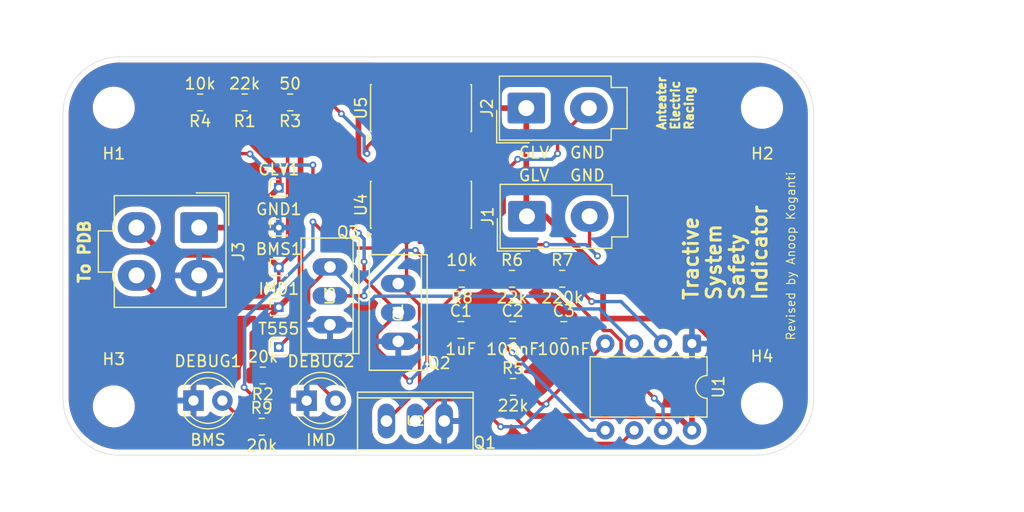
<source format=kicad_pcb>
(kicad_pcb (version 20241229) (generator "pcbnew") (generator_version "9.0")
  (layers (0 "F.Cu" signal) (2 "B.Cu" signal) (13 "F.Paste" user) (15 "B.Paste" user) (5 "F.SilkS" user "F.Silkscreen") (7 "B.SilkS" user "B.Silkscreen") (1 "F.Mask" user) (3 "B.Mask" user) (25 "Edge.Cuts" user))
  (net 0 "")
  (net 1 "BMS_FAULT")
  (net 2 "Net-(U1-THR)")
  (net 3 "Net-(U1-CV)")
  (net 4 "GLV")
  (net 5 "IMD_FAULT")
  (net 6 "Net-(J1-Pin_2)")
  (net 7 "Net-(J2-Pin_2)")
  (net 8 "Net-(DEBUG1-A)")
  (net 9 "Net-(U1-DIS)")
  (net 10 "Net-(DEBUG2-A)")
  (net 11 "GND")
  (net 12 "Net-(R3-Pad2)")
  (net 13 "Net-(U1-R)")
  (net 14 "Net-(T555-Pin_1)")
  (net 15 "Net-(Q1-PadIN)")
  (net 16 "Net-(U4-Pad1)")
  (footprint "Package_DIP:DIP-8_W7.62mm" (layer "F.Cu") (at 95.81 45.195 -90)
    (property "Reference" "U1" (at 3.81 -2.33 90) (layer "F.SilkS"))
    (property "Value" "LM555xN")
    (fp_line (start 1.16 8.95) (end 6.46 8.95) (stroke (width 0.12)) (layer "F.SilkS"))
    (fp_line (start 6.46 8.95) (end 6.46 -1.33) (stroke (width 0.12)) (layer "F.SilkS"))
    (fp_line (start 1.16 -1.33) (end 1.16 8.95) (stroke (width 0.12)) (layer "F.SilkS"))
    (fp_line (start 2.81 -1.33) (end 1.16 -1.33) (stroke (width 0.12)) (layer "F.SilkS"))
    (fp_line (start 6.46 -1.33) (end 4.81 -1.33) (stroke (width 0.12)) (layer "F.SilkS"))
    (fp_arc (start 4.81 -1.33) (mid 3.81 -0.33) (end 2.81 -1.33) (stroke (width 0.12)) (layer "F.SilkS"))
    (pad "1" thru_hole roundrect (at 0 0 270) (size 1.6 1.6) (drill 0.8) (layers "*.Cu" "*.Mask") (roundrect_rratio 0.15625) (net 11 "GND"))
    (pad "2" thru_hole circle (at 0 2.54 270) (size 1.6 1.6) (drill 0.8) (layers "*.Cu" "*.Mask") (net 2 "Net-(U1-THR)"))
    (pad "3" thru_hole circle (at 0 5.08 270) (size 1.6 1.6) (drill 0.8) (layers "*.Cu" "*.Mask") (net 14 "Net-(T555-Pin_1)"))
    (pad "4" thru_hole circle (at 0 7.62 270) (size 1.6 1.6) (drill 0.8) (layers "*.Cu" "*.Mask") (net 13 "Net-(U1-R)"))
    (pad "5" thru_hole circle (at 7.62 7.62 270) (size 1.6 1.6) (drill 0.8) (layers "*.Cu" "*.Mask") (net 3 "Net-(U1-CV)"))
    (pad "6" thru_hole circle (at 7.62 5.08 270) (size 1.6 1.6) (drill 0.8) (layers "*.Cu" "*.Mask") (net 2 "Net-(U1-THR)"))
    (pad "7" thru_hole circle (at 7.62 2.54 270) (size 1.6 1.6) (drill 0.8) (layers "*.Cu" "*.Mask") (net 9 "Net-(U1-DIS)"))
    (pad "8" thru_hole circle (at 7.62 0 270) (size 1.6 1.6) (drill 0.8) (layers "*.Cu" "*.Mask") (net 4 "GLV"))
  )
  (footprint "Capacitor_SMD:C_0805_2012Metric" (layer "F.Cu") (at 80.05 44)
    (property "Reference" "C2" (at 0 -1.68 0) (layer "F.SilkS"))
    (property "Value" "100nF" (at 0 1.68 0) (layer "F.SilkS"))
    (fp_line (start -0.261252 -0.735) (end 0.261252 -0.735) (stroke (width 0.12)) (layer "F.SilkS"))
    (fp_line (start -0.261252 0.735) (end 0.261252 0.735) (stroke (width 0.12)) (layer "F.SilkS"))
    (pad "1" smd roundrect (at -0.95 0) (size 1 1.45) (layers "F.Cu" "F.Mask" "F.Paste") (net 3 "Net-(U1-CV)"))
    (pad "2" smd roundrect (at 0.95 0) (size 1 1.45) (layers "F.Cu" "F.Mask" "F.Paste") (net 11 "GND"))
  )
  (footprint "IRLZ34N:TO-220_2_" (layer "F.Cu") (at 70 42.46 -90)
    (property "Reference" "Q1" (at 0 0 90) (layer "F.SilkS") (effects (font (size 0.787402 0.787402))))
    (property "Value" "IRLZ34N")
    (fp_line (start -5.08 2.54) (end -5.08 -2.032) (stroke (width 0.127)) (layer "F.SilkS"))
    (fp_line (start 5.08 2.54) (end -5.08 2.54) (stroke (width 0.127)) (layer "F.SilkS"))
    (fp_line (start -5.08 -2.032) (end 5.08 -2.032) (stroke (width 0.127)) (layer "F.SilkS"))
    (fp_line (start -5.08 -2.032) (end -5.08 -2.54) (stroke (width 0.127)) (layer "F.SilkS"))
    (fp_line (start 5.08 -2.032) (end 5.08 2.54) (stroke (width 0.127)) (layer "F.SilkS"))
    (fp_line (start -5.08 -2.54) (end 5.08 -2.54) (stroke (width 0.127)) (layer "F.SilkS"))
    (fp_line (start 5.08 -2.54) (end 5.08 -2.032) (stroke (width 0.127)) (layer "F.SilkS"))
    (pad "GND" thru_hole oval (at 0 0 270) (size 1.524 3.048) (drill 1.016) (layers "*.Cu" "*.Mask") (net 6 "Net-(J1-Pin_2)"))
    (pad "IN" thru_hole oval (at -2.54 0 270) (size 1.524 3.048) (drill 1.016) (layers "*.Cu" "*.Mask") (net 15 "Net-(Q1-PadIN)"))
    (pad "OUT" thru_hole oval (at 2.54 0 270) (size 1.524 3.048) (drill 1.016) (layers "*.Cu" "*.Mask") (net 11 "GND"))
  )
  (footprint "MountingHole:MountingHole_3.2mm_M3" (layer "F.Cu") (at 45 24.464466)
    (property "Reference" "H1" (at 0 4.035534 0) (layer "F.SilkS"))
    (property "Value" "MountingHole")
    (pad "" np_thru_hole circle (at 0 0) (size 3.2 3.2) (drill 3.2) (layers "*.Cu" "*.Mask"))
  )
  (footprint "MountingHole:MountingHole_3.2mm_M3" (layer "F.Cu") (at 45 50.714466)
    (property "Reference" "H3" (at 0 -4.15 0) (layer "F.SilkS"))
    (property "Value" "MountingHole")
    (pad "" np_thru_hole circle (at 0 0) (size 3.2 3.2) (drill 3.2) (layers "*.Cu" "*.Mask"))
  )
  (footprint "Resistor_SMD:R_0805_2012Metric" (layer "F.Cu") (at 84.4125 39.5)
    (property "Reference" "R7" (at 0 -1.65 0) (layer "F.SilkS"))
    (property "Value" "220k" (at 0 1.65 0) (layer "F.SilkS"))
    (fp_line (start -0.227064 -0.735) (end 0.227064 -0.735) (stroke (width 0.12)) (layer "F.SilkS"))
    (fp_line (start -0.227064 0.735) (end 0.227064 0.735) (stroke (width 0.12)) (layer "F.SilkS"))
    (pad "1" smd roundrect (at -0.9125 0) (size 1.025 1.4) (layers "F.Cu" "F.Mask" "F.Paste") (roundrect_rratio 0.243902) (net 9 "Net-(U1-DIS)"))
    (pad "2" smd roundrect (at 0.9125 0) (size 1.025 1.4) (layers "F.Cu" "F.Mask" "F.Paste") (roundrect_rratio 0.243902) (net 2 "Net-(U1-THR)"))
  )
  (footprint "Capacitor_SMD:C_0805_2012Metric" (layer "F.Cu") (at 75.5 44)
    (property "Reference" "C1" (at 0 -1.68 0) (layer "F.SilkS"))
    (property "Value" "1uF" (at 0 1.68 0) (layer "F.SilkS"))
    (fp_line (start -0.261252 -0.735) (end 0.261252 -0.735) (stroke (width 0.12)) (layer "F.SilkS"))
    (fp_line (start -0.261252 0.735) (end 0.261252 0.735) (stroke (width 0.12)) (layer "F.SilkS"))
    (pad "1" smd roundrect (at -0.95 0) (size 1 1.45) (layers "F.Cu" "F.Mask" "F.Paste") (net 2 "Net-(U1-THR)"))
    (pad "2" smd roundrect (at 0.95 0) (size 1 1.45) (layers "F.Cu" "F.Mask" "F.Paste") (net 11 "GND"))
  )
  (footprint "Resistor_SMD:R_0805_2012Metric" (layer "F.Cu") (at 58 52.5)
    (property "Reference" "R9" (at 0 -1.65 0) (layer "F.SilkS"))
    (property "Value" "20k" (at 0 1.65 0) (layer "F.SilkS"))
    (fp_line (start -0.227064 -0.735) (end 0.227064 -0.735) (stroke (width 0.12)) (layer "F.SilkS"))
    (fp_line (start -0.227064 0.735) (end 0.227064 0.735) (stroke (width 0.12)) (layer "F.SilkS"))
    (pad "1" smd roundrect (at -0.9125 0) (size 1.025 1.4) (layers "F.Cu" "F.Mask" "F.Paste") (roundrect_rratio 0.243902) (net 8 "Net-(DEBUG1-A)"))
    (pad "2" smd roundrect (at 0.9125 0) (size 1.025 1.4) (layers "F.Cu" "F.Mask" "F.Paste") (roundrect_rratio 0.243902) (net 1 "BMS_FAULT"))
  )
  (footprint "Connector_Molex:Molex_Mini-Fit_Jr_5566-02A_2x01_P4.20mm_Vertical" (layer "F.Cu") (at 81.25 24.5 90)
    (property "Reference" "J2" (at 0 -3.45 90) (layer "F.SilkS"))
    (property "Value" "Conn_01x02")
    (fp_line (start -0.2 -2.6) (end -3.05 -2.6) (stroke (width 0.12)) (layer "F.SilkS"))
    (fp_line (start -3.05 -2.6) (end -3.05 0.25) (stroke (width 0.12)) (layer "F.SilkS"))
    (fp_line (start 2.81 -2.36) (end 2.81 7.46) (stroke (width 0.12)) (layer "F.SilkS"))
    (fp_line (start 0 -2.36) (end 2.81 -2.36) (stroke (width 0.12)) (layer "F.SilkS"))
    (fp_line (start 0 -2.36) (end -2.81 -2.36) (stroke (width 0.12)) (layer "F.SilkS"))
    (fp_line (start -2.81 -2.36) (end -2.81 7.46) (stroke (width 0.12)) (layer "F.SilkS"))
    (fp_line (start 2.81 7.46) (end 1.81 7.46) (stroke (width 0.12)) (layer "F.SilkS"))
    (fp_line (start 1.81 7.46) (end 1.81 8.86) (stroke (width 0.12)) (layer "F.SilkS"))
    (fp_line (start -1.81 7.46) (end -1.81 8.86) (stroke (width 0.12)) (layer "F.SilkS"))
    (fp_line (start -2.81 7.46) (end -1.81 7.46) (stroke (width 0.12)) (layer "F.SilkS"))
    (fp_line (start 1.81 8.86) (end 0 8.86) (stroke (width 0.12)) (layer "F.SilkS"))
    (fp_line (start -1.81 8.86) (end 0 8.86) (stroke (width 0.12)) (layer "F.SilkS"))
    (pad "1" thru_hole roundrect (at 0 0 90) (size 2.7 3.3) (drill 1.4) (layers "*.Cu" "*.Mask") (roundrect_rratio 0.092593) (net 4 "GLV"))
    (pad "2" thru_hole oval (at 0 5.5 90) (size 2.7 3.3) (drill 1.4) (layers "*.Cu" "*.Mask") (net 7 "Net-(J2-Pin_2)"))
  )
  (footprint "Connector_PinHeader_1.00mm:PinHeader_1x01_P1.00mm_Vertical" (layer "F.Cu") (at 59.5 42)
    (property "Reference" "IMD1" (at 0 -1.61 0) (layer "F.SilkS"))
    (property "Value" "TestIMD")
    (fp_line (start -0.745 -0.735) (end 0 -0.735) (stroke (width 0.12)) (layer "F.SilkS"))
    (fp_line (start -0.745 0) (end -0.745 -0.735) (stroke (width 0.12)) (layer "F.SilkS"))
    (fp_line (start -0.745 0.735) (end -0.745 0.61) (stroke (width 0.12)) (layer "F.SilkS"))
    (fp_line (start -0.745 0.735) (end -0.685565 0.735) (stroke (width 0.12)) (layer "F.SilkS"))
    (fp_line (start -0.745 0.735) (end 0.745 0.735) (stroke (width 0.12)) (layer "F.SilkS"))
    (fp_line (start 0.685565 0.735) (end 0.745 0.735) (stroke (width 0.12)) (layer "F.SilkS"))
    (fp_line (start 0.745 0.735) (end 0.745 0.61) (stroke (width 0.12)) (layer "F.SilkS"))
    (pad "1" thru_hole rect (at 0 0) (size 0.85 0.85) (drill 0.5) (layers "*.Cu" "*.Mask") (net 5 "IMD_FAULT"))
  )
  (footprint "LED_THT:LED_D4.0mm" (layer "F.Cu") (at 52.005403 50.201797)
    (property "Reference" "DEBUG1" (at 1.27 -3.46 0) (layer "F.SilkS"))
    (property "Value" "BMS" (at 1.27 3.46 0) (layer "F.SilkS"))
    (fp_line (start -0.79 -1.399) (end -0.79 -1.08) (stroke (width 0.12)) (layer "F.SilkS"))
    (fp_line (start -0.79 1.08) (end -0.79 1.399) (stroke (width 0.12)) (layer "F.SilkS"))
    (fp_arc (start -0.79 -1.398749) (mid 1.45392 -2.483198) (end 3.513591 -1.08) (stroke (width 0.12)) (layer "F.SilkS"))
    (fp_arc (start -0.41333 -1.08) (mid 1.27 -2) (end 2.95333 -1.08) (stroke (width 0.12)) (layer "F.SilkS"))
    (fp_arc (start 2.95333 1.08) (mid 1.27 2) (end -0.41333 1.08) (stroke (width 0.12)) (layer "F.SilkS"))
    (fp_arc (start 3.513591 1.08) (mid 1.45392 2.483198) (end -0.79 1.398749) (stroke (width 0.12)) (layer "F.SilkS"))
    (pad "1" thru_hole rect (at 0 0) (size 1.8 1.8) (drill 0.9) (layers "*.Cu" "*.Mask") (net 11 "GND"))
    (pad "2" thru_hole circle (at 2.54 0) (size 1.8 1.8) (drill 0.9) (layers "*.Cu" "*.Mask") (net 8 "Net-(DEBUG1-A)"))
  )
  (footprint "Connector_Molex:Molex_Mini-Fit_Jr_5566-04A_2x02_P4.20mm_Vertical" (layer "F.Cu") (at 52.5 35 -90)
    (property "Reference" "J3" (at 2.1 -3.45 90) (layer "F.SilkS"))
    (property "Value" "Conn_02x02" (hide yes))
    (fp_line (start 0.29 8.86) (end 2.1 8.86) (stroke (width 0.12)) (layer "F.SilkS"))
    (fp_line (start 3.91 8.86) (end 2.1 8.86) (stroke (width 0.12)) (layer "F.SilkS"))
    (fp_line (start -2.81 7.46) (end 0.29 7.46) (stroke (width 0.12)) (layer "F.SilkS"))
    (fp_line (start 0.29 7.46) (end 0.29 8.86) (stroke (width 0.12)) (layer "F.SilkS"))
    (fp_line (start 3.91 7.46) (end 3.91 8.86) (stroke (width 0.12)) (layer "F.SilkS"))
    (fp_line (start 7.01 7.46) (end 3.91 7.46) (stroke (width 0.12)) (layer "F.SilkS"))
    (fp_line (start -2.81 -2.36) (end -2.81 7.46) (stroke (width 0.12)) (layer "F.SilkS"))
    (fp_line (start 2.1 -2.36) (end -2.81 -2.36) (stroke (width 0.12)) (layer "F.SilkS"))
    (fp_line (start 2.1 -2.36) (end 7.01 -2.36) (stroke (width 0.12)) (layer "F.SilkS"))
    (fp_line (start 7.01 -2.36) (end 7.01 7.46) (stroke (width 0.12)) (layer "F.SilkS"))
    (fp_line (start -3.05 -2.6) (end -3.05 0.25) (stroke (width 0.12)) (layer "F.SilkS"))
    (fp_line (start -0.2 -2.6) (end -3.05 -2.6) (stroke (width 0.12)) (layer "F.SilkS"))
    (pad "1" thru_hole roundrect (at 0 0 270) (size 2.7 3.3) (drill 1.4) (layers "*.Cu" "*.Mask") (roundrect_rratio 0.092593) (net 4 "GLV"))
    (pad "2" thru_hole oval (at 4.2 0 270) (size 2.7 3.3) (drill 1.4) (layers "*.Cu" "*.Mask") (net 11 "GND"))
    (pad "3" thru_hole oval (at 0 5.5 270) (size 2.7 3.3) (drill 1.4) (layers "*.Cu" "*.Mask") (net 1 "BMS_FAULT"))
    (pad "4" thru_hole oval (at 4.2 5.5 270) (size 2.7 3.3) (drill 1.4) (layers "*.Cu" "*.Mask") (net 5 "IMD_FAULT"))
  )
  (footprint "Capacitor_SMD:C_0805_2012Metric" (layer "F.Cu") (at 84.55 44)
    (property "Reference" "C3" (at 0 -1.68 0) (layer "F.SilkS"))
    (property "Value" "100nF" (at 0 1.68 0) (layer "F.SilkS"))
    (fp_line (start -0.261252 -0.735) (end 0.261252 -0.735) (stroke (width 0.12)) (layer "F.SilkS"))
    (fp_line (start -0.261252 0.735) (end 0.261252 0.735) (stroke (width 0.12)) (layer "F.SilkS"))
    (pad "1" smd roundrect (at -0.95 0) (size 1 1.45) (layers "F.Cu" "F.Mask" "F.Paste") (net 4 "GLV"))
    (pad "2" smd roundrect (at 0.95 0) (size 1 1.45) (layers "F.Cu" "F.Mask" "F.Paste") (net 11 "GND"))
  )
  (footprint "LED_THT:LED_D4.0mm" (layer "F.Cu") (at 61.945909 50.213725)
    (property "Reference" "DEBUG2" (at 1.27 -3.46 0) (layer "F.SilkS"))
    (property "Value" "IMD" (at 1.27 3.46 0) (layer "F.SilkS"))
    (fp_line (start -0.79 -1.399) (end -0.79 -1.08) (stroke (width 0.12)) (layer "F.SilkS"))
    (fp_line (start -0.79 1.08) (end -0.79 1.399) (stroke (width 0.12)) (layer "F.SilkS"))
    (fp_arc (start -0.79 -1.398749) (mid 1.45392 -2.483198) (end 3.513591 -1.08) (stroke (width 0.12)) (layer "F.SilkS"))
    (fp_arc (start -0.41333 -1.08) (mid 1.27 -2) (end 2.95333 -1.08) (stroke (width 0.12)) (layer "F.SilkS"))
    (fp_arc (start 2.95333 1.08) (mid 1.27 2) (end -0.41333 1.08) (stroke (width 0.12)) (layer "F.SilkS"))
    (fp_arc (start 3.513591 1.08) (mid 1.45392 2.483198) (end -0.79 1.398749) (stroke (width 0.12)) (layer "F.SilkS"))
    (pad "1" thru_hole rect (at 0 0) (size 1.8 1.8) (drill 0.9) (layers "*.Cu" "*.Mask") (net 11 "GND"))
    (pad "2" thru_hole circle (at 2.54 0) (size 1.8 1.8) (drill 0.9) (layers "*.Cu" "*.Mask") (net 10 "Net-(DEBUG2-A)"))
  )
  (footprint "Resistor_SMD:R_0805_2012Metric" (layer "F.Cu") (at 56.5 24 180)
    (property "Reference" "R1" (at 0 -1.65 0) (layer "F.SilkS"))
    (property "Value" "22k" (at 0 1.65 0) (layer "F.SilkS"))
    (fp_line (start -0.227064 0.735) (end 0.227064 0.735) (stroke (width 0.12)) (layer "F.SilkS"))
    (fp_line (start -0.227064 -0.735) (end 0.227064 -0.735) (stroke (width 0.12)) (layer "F.SilkS"))
    (pad "1" smd roundrect (at -0.9125 0 180) (size 1.025 1.4) (layers "F.Cu" "F.Mask" "F.Paste") (roundrect_rratio 0.243902) (net 1 "BMS_FAULT"))
    (pad "2" smd roundrect (at 0.9125 0 180) (size 1.025 1.4) (layers "F.Cu" "F.Mask" "F.Paste") (roundrect_rratio 0.243902) (net 4 "GLV"))
  )
  (footprint "Connector_PinHeader_1.00mm:PinHeader_1x01_P1.00mm_Vertical" (layer "F.Cu") (at 59.5 35)
    (property "Reference" "GND1" (at 0 -1.61 0) (layer "F.SilkS"))
    (property "Value" "TestGND")
    (fp_line (start -0.745 -0.735) (end 0 -0.735) (stroke (width 0.12)) (layer "F.SilkS"))
    (fp_line (start -0.745 0) (end -0.745 -0.735) (stroke (width 0.12)) (layer "F.SilkS"))
    (fp_line (start -0.745 0.735) (end -0.745 0.61) (stroke (width 0.12)) (layer "F.SilkS"))
    (fp_line (start -0.745 0.735) (end -0.685565 0.735) (stroke (width 0.12)) (layer "F.SilkS"))
    (fp_line (start -0.745 0.735) (end 0.745 0.735) (stroke (width 0.12)) (layer "F.SilkS"))
    (fp_line (start 0.685565 0.735) (end 0.745 0.735) (stroke (width 0.12)) (layer "F.SilkS"))
    (fp_line (start 0.745 0.735) (end 0.745 0.61) (stroke (width 0.12)) (layer "F.SilkS"))
    (pad "1" thru_hole rect (at 0 0) (size 0.85 0.85) (drill 0.5) (layers "*.Cu" "*.Mask") (net 11 "GND"))
  )
  (footprint "Package_SO:SOIC-14_3.9x8.7mm_P1.27mm" (layer "F.Cu") (at 72 24.5 90)
    (property "Reference" "U5" (at 0 -5.28 90) (layer "F.SilkS"))
    (property "Value" "4069")
    (fp_line (start 2.06 -4.435) (end 2.06 -4.37) (stroke (width 0.12)) (layer "F.SilkS"))
    (fp_line (start -2.06 -4.435) (end 2.06 -4.435) (stroke (width 0.12)) (layer "F.SilkS"))
    (fp_line (start -2.06 -4.37) (end -2.06 -4.435) (stroke (width 0.12)) (layer "F.SilkS"))
    (fp_line (start 2.06 4.37) (end 2.06 4.435) (stroke (width 0.12)) (layer "F.SilkS"))
    (fp_line (start 2.06 4.435) (end -2.06 4.435) (stroke (width 0.12)) (layer "F.SilkS"))
    (fp_line (start -2.06 4.435) (end -2.06 4.37) (stroke (width 0.12)) (layer "F.SilkS"))
    (fp_poly (pts (xy -2.6 -4.37) (xy -2.84 -4.7) (xy -2.36 -4.7)) (stroke (width 0.12)) (fill yes) (layer "F.SilkS"))
    (pad "1" smd roundrect (at -2.475 -3.81 90) (size 1.95 0.6) (layers "F.Cu" "F.Mask" "F.Paste") (net 12 "Net-(R3-Pad2)"))
    (pad "2" smd roundrect (at -2.475 -2.54 90) (size 1.95 0.6) (layers "F.Cu" "F.Mask" "F.Paste") (net 16 "Net-(U4-Pad1)"))
    (pad "3" smd roundrect (at -2.475 -1.27 90) (size 1.95 0.6) (layers "F.Cu" "F.Mask" "F.Paste"))
    (pad "4" smd roundrect (at -2.475 0 90) (size 1.95 0.6) (layers "F.Cu" "F.Mask" "F.Paste"))
    (pad "5" smd roundrect (at -2.475 1.27 90) (size 1.95 0.6) (layers "F.Cu" "F.Mask" "F.Paste"))
    (pad "6" smd roundrect (at -2.475 2.54 90) (size 1.95 0.6) (layers "F.Cu" "F.Mask" "F.Paste"))
    (pad "7" smd roundrect (at -2.475 3.81 90) (size 1.95 0.6) (layers "F.Cu" "F.Mask" "F.Paste") (net 11 "GND"))
    (pad "8" smd roundrect (at 2.475 3.81 90) (size 1.95 0.6) (layers "F.Cu" "F.Mask" "F.Paste"))
    (pad "9" smd roundrect (at 2.475 2.54 90) (size 1.95 0.6) (layers "F.Cu" "F.Mask" "F.Paste"))
    (pad "10" smd roundrect (at 2.475 1.27 90) (size 1.95 0.6) (layers "F.Cu" "F.Mask" "F.Paste"))
    (pad "11" smd roundrect (at 2.475 0 90) (size 1.95 0.6) (layers "F.Cu" "F.Mask" "F.Paste"))
    (pad "12" smd roundrect (at 2.475 -1.27 90) (size 1.95 0.6) (layers "F.Cu" "F.Mask" "F.Paste"))
    (pad "13" smd roundrect (at 2.475 -2.54 90) (size 1.95 0.6) (layers "F.Cu" "F.Mask" "F.Paste"))
    (pad "14" smd roundrect (at 2.475 -3.81 90) (size 1.95 0.6) (layers "F.Cu" "F.Mask" "F.Paste") (net 4 "GLV"))
  )
  (footprint "IRLZ34N:TO-220_2_" (layer "F.Cu") (at 64 41 -90)
    (property "Reference" "U3" (at 0 0 90) (layer "F.SilkS") (effects (font (size 0.787402 0.787402))))
    (property "Value" "IRLZ34N")
    (fp_line (start -5.08 2.54) (end -5.08 -2.032) (stroke (width 0.127)) (layer "F.SilkS"))
    (fp_line (start 5.08 2.54) (end -5.08 2.54) (stroke (width 0.127)) (layer "F.SilkS"))
    (fp_line (start -5.08 -2.032) (end 5.08 -2.032) (stroke (width 0.127)) (layer "F.SilkS"))
    (fp_line (start -5.08 -2.032) (end -5.08 -2.54) (stroke (width 0.127)) (layer "F.SilkS"))
    (fp_line (start 5.08 -2.032) (end 5.08 2.54) (stroke (width 0.127)) (layer "F.SilkS"))
    (fp_line (start -5.08 -2.54) (end 5.08 -2.54) (stroke (width 0.127)) (layer "F.SilkS"))
    (fp_line (start 5.08 -2.54) (end 5.08 -2.032) (stroke (width 0.127)) (layer "F.SilkS"))
    (pad "GND" thru_hole oval (at 0 0 270) (size 1.524 3.048) (drill 1.016) (layers "*.Cu" "*.Mask") (net 7 "Net-(J2-Pin_2)"))
    (pad "IN" thru_hole oval (at -2.54 0 270) (size 1.524 3.048) (drill 1.016) (layers "*.Cu" "*.Mask") (net 14 "Net-(T555-Pin_1)"))
    (pad "OUT" thru_hole oval (at 2.54 0 270) (size 1.524 3.048) (drill 1.016) (layers "*.Cu" "*.Mask") (net 11 "GND"))
  )
  (footprint "Connector_PinHeader_1.00mm:PinHeader_1x01_P1.00mm_Vertical" (layer "F.Cu") (at 59.5 38.5)
    (property "Reference" "BMS1" (at 0 -1.61 0) (layer "F.SilkS"))
    (property "Value" "TestBMS")
    (fp_line (start -0.745 -0.735) (end 0 -0.735) (stroke (width 0.12)) (layer "F.SilkS"))
    (fp_line (start -0.745 0) (end -0.745 -0.735) (stroke (width 0.12)) (layer "F.SilkS"))
    (fp_line (start -0.745 0.735) (end -0.745 0.61) (stroke (width 0.12)) (layer "F.SilkS"))
    (fp_line (start -0.745 0.735) (end -0.685565 0.735) (stroke (width 0.12)) (layer "F.SilkS"))
    (fp_line (start -0.745 0.735) (end 0.745 0.735) (stroke (width 0.12)) (layer "F.SilkS"))
    (fp_line (start 0.685565 0.735) (end 0.745 0.735) (stroke (width 0.12)) (layer "F.SilkS"))
    (fp_line (start 0.745 0.735) (end 0.745 0.61) (stroke (width 0.12)) (layer "F.SilkS"))
    (pad "1" thru_hole rect (at 0 0) (size 0.85 0.85) (drill 0.5) (layers "*.Cu" "*.Mask") (net 1 "BMS_FAULT"))
  )
  (footprint "Resistor_SMD:R_0805_2012Metric" (layer "F.Cu") (at 52.5875 24 180)
    (property "Reference" "R4" (at 0 -1.65 0) (layer "F.SilkS"))
    (property "Value" "10k" (at 0 1.65 0) (layer "F.SilkS"))
    (fp_line (start -0.227064 0.735) (end 0.227064 0.735) (stroke (width 0.12)) (layer "F.SilkS"))
    (fp_line (start -0.227064 -0.735) (end 0.227064 -0.735) (stroke (width 0.12)) (layer "F.SilkS"))
    (pad "1" smd roundrect (at -0.9125 0 180) (size 1.025 1.4) (layers "F.Cu" "F.Mask" "F.Paste") (roundrect_rratio 0.243902) (net 4 "GLV"))
    (pad "2" smd roundrect (at 0.9125 0 180) (size 1.025 1.4) (layers "F.Cu" "F.Mask" "F.Paste") (roundrect_rratio 0.243902) (net 6 "Net-(J1-Pin_2)"))
  )
  (footprint "Resistor_SMD:R_0805_2012Metric" (layer "F.Cu") (at 58.0875 48 180)
    (property "Reference" "R2" (at 0 -1.65 0) (layer "F.SilkS"))
    (property "Value" "20k" (at 0 1.65 0) (layer "F.SilkS"))
    (fp_line (start -0.227064 0.735) (end 0.227064 0.735) (stroke (width 0.12)) (layer "F.SilkS"))
    (fp_line (start -0.227064 -0.735) (end 0.227064 -0.735) (stroke (width 0.12)) (layer "F.SilkS"))
    (pad "1" smd roundrect (at -0.9125 0 180) (size 1.025 1.4) (layers "F.Cu" "F.Mask" "F.Paste") (roundrect_rratio 0.243902) (net 10 "Net-(DEBUG2-A)"))
    (pad "2" smd roundrect (at 0.9125 0 180) (size 1.025 1.4) (layers "F.Cu" "F.Mask" "F.Paste") (roundrect_rratio 0.243902) (net 5 "IMD_FAULT"))
  )
  (footprint "Resistor_SMD:R_0805_2012Metric" (layer "F.Cu") (at 80 39.5)
    (property "Reference" "R6" (at 0 -1.65 0) (layer "F.SilkS"))
    (property "Value" "22k" (at 0 1.65 0) (layer "F.SilkS"))
    (fp_line (start -0.227064 -0.735) (end 0.227064 -0.735) (stroke (width 0.12)) (layer "F.SilkS"))
    (fp_line (start -0.227064 0.735) (end 0.227064 0.735) (stroke (width 0.12)) (layer "F.SilkS"))
    (pad "1" smd roundrect (at -0.9125 0) (size 1.025 1.4) (layers "F.Cu" "F.Mask" "F.Paste") (roundrect_rratio 0.243902) (net 4 "GLV"))
    (pad "2" smd roundrect (at 0.9125 0) (size 1.025 1.4) (layers "F.Cu" "F.Mask" "F.Paste") (roundrect_rratio 0.243902) (net 9 "Net-(U1-DIS)"))
  )
  (footprint "Resistor_SMD:R_0805_2012Metric" (layer "F.Cu") (at 60.5 24 180)
    (property "Reference" "R3" (at 0 -1.65 0) (layer "F.SilkS"))
    (property "Value" "50" (at 0 1.65 0) (layer "F.SilkS"))
    (fp_line (start -0.227064 0.735) (end 0.227064 0.735) (stroke (width 0.12)) (layer "F.SilkS"))
    (fp_line (start -0.227064 -0.735) (end 0.227064 -0.735) (stroke (width 0.12)) (layer "F.SilkS"))
    (pad "1" smd roundrect (at -0.9125 0 180) (size 1.025 1.4) (layers "F.Cu" "F.Mask" "F.Paste") (roundrect_rratio 0.243902) (net 5 "IMD_FAULT"))
    (pad "2" smd roundrect (at 0.9125 0 180) (size 1.025 1.4) (layers "F.Cu" "F.Mask" "F.Paste") (roundrect_rratio 0.243902) (net 12 "Net-(R3-Pad2)"))
  )
  (footprint "Connector_PinHeader_1.00mm:PinHeader_1x01_P1.00mm_Vertical" (layer "F.Cu") (at 59.5 31.5)
    (property "Reference" "GLV1" (at 0 -1.61 0) (layer "F.SilkS"))
    (property "Value" "TestGLV")
    (fp_line (start -0.745 -0.735) (end 0 -0.735) (stroke (width 0.12)) (layer "F.SilkS"))
    (fp_line (start -0.745 0) (end -0.745 -0.735) (stroke (width 0.12)) (layer "F.SilkS"))
    (fp_line (start -0.745 0.735) (end -0.745 0.61) (stroke (width 0.12)) (layer "F.SilkS"))
    (fp_line (start -0.745 0.735) (end -0.685565 0.735) (stroke (width 0.12)) (layer "F.SilkS"))
    (fp_line (start -0.745 0.735) (end 0.745 0.735) (stroke (width 0.12)) (layer "F.SilkS"))
    (fp_line (start 0.685565 0.735) (end 0.745 0.735) (stroke (width 0.12)) (layer "F.SilkS"))
    (fp_line (start 0.745 0.735) (end 0.745 0.61) (stroke (width 0.12)) (layer "F.SilkS"))
    (pad "1" thru_hole rect (at 0 0) (size 0.85 0.85) (drill 0.5) (layers "*.Cu" "*.Mask") (net 4 "GLV"))
  )
  (footprint "Resistor_SMD:R_0805_2012Metric" (layer "F.Cu") (at 75.5875 39.5 180)
    (property "Reference" "R8" (at 0 -1.65 0) (layer "F.SilkS"))
    (property "Value" "10k" (at 0 1.65 0) (layer "F.SilkS"))
    (fp_line (start -0.227064 0.735) (end 0.227064 0.735) (stroke (width 0.12)) (layer "F.SilkS"))
    (fp_line (start -0.227064 -0.735) (end 0.227064 -0.735) (stroke (width 0.12)) (layer "F.SilkS"))
    (pad "1" smd roundrect (at -0.9125 0 180) (size 1.025 1.4) (layers "F.Cu" "F.Mask" "F.Paste") (roundrect_rratio 0.243902) (net 4 "GLV"))
    (pad "2" smd roundrect (at 0.9125 0 180) (size 1.025 1.4) (layers "F.Cu" "F.Mask" "F.Paste") (roundrect_rratio 0.243902) (net 7 "Net-(J2-Pin_2)"))
  )
  (footprint "Connector_PinHeader_1.00mm:PinHeader_1x01_P1.00mm_Vertical" (layer "F.Cu") (at 59.5 45.5)
    (property "Reference" "T555" (at 0 -1.61 0) (layer "F.SilkS"))
    (property "Value" "Test555")
    (fp_line (start -0.745 -0.735) (end 0 -0.735) (stroke (width 0.12)) (layer "F.SilkS"))
    (fp_line (start -0.745 0) (end -0.745 -0.735) (stroke (width 0.12)) (layer "F.SilkS"))
    (fp_line (start -0.745 0.735) (end -0.745 0.61) (stroke (width 0.12)) (layer "F.SilkS"))
    (fp_line (start -0.745 0.735) (end -0.685565 0.735) (stroke (width 0.12)) (layer "F.SilkS"))
    (fp_line (start -0.745 0.735) (end 0.745 0.735) (stroke (width 0.12)) (layer "F.SilkS"))
    (fp_line (start 0.685565 0.735) (end 0.745 0.735) (stroke (width 0.12)) (layer "F.SilkS"))
    (fp_line (start 0.745 0.735) (end 0.745 0.61) (stroke (width 0.12)) (layer "F.SilkS"))
    (pad "1" thru_hole rect (at 0 0) (size 0.85 0.85) (drill 0.5) (layers "*.Cu" "*.Mask") (net 14 "Net-(T555-Pin_1)"))
  )
  (footprint "IRLZ34N:TO-220_2_" (layer "F.Cu") (at 71.5 52)
    (property "Reference" "U2" (at 0 0 0) (layer "F.SilkS") (effects (font (size 0.787402 0.787402))))
    (property "Value" "IRLZ34N")
    (fp_line (start -5.08 -2.54) (end 5.08 -2.54) (stroke (width 0.127)) (layer "F.SilkS"))
    (fp_line (start -5.08 -2.032) (end -5.08 -2.54) (stroke (width 0.127)) (layer "F.SilkS"))
    (fp_line (start -5.08 -2.032) (end 5.08 -2.032) (stroke (width 0.127)) (layer "F.SilkS"))
    (fp_line (start -5.08 2.54) (end -5.08 -2.032) (stroke (width 0.127)) (layer "F.SilkS"))
    (fp_line (start 5.08 -2.54) (end 5.08 -2.032) (stroke (width 0.127)) (layer "F.SilkS"))
    (fp_line (start 5.08 -2.032) (end 5.08 2.54) (stroke (width 0.127)) (layer "F.SilkS"))
    (fp_line (start 5.08 2.54) (end -5.08 2.54) (stroke (width 0.127)) (layer "F.SilkS"))
    (pad "GND" thru_hole oval (at 0 0) (size 1.524 3.048) (drill 1.016) (layers "*.Cu" "*.Mask") (net 13 "Net-(U1-R)"))
    (pad "IN" thru_hole oval (at -2.54 0) (size 1.524 3.048) (drill 1.016) (layers "*.Cu" "*.Mask") (net 15 "Net-(Q1-PadIN)"))
    (pad "OUT" thru_hole oval (at 2.54 0) (size 1.524 3.048) (drill 1.016) (layers "*.Cu" "*.Mask") (net 11 "GND"))
  )
  (footprint "Resistor_SMD:R_0805_2012Metric" (layer "F.Cu") (at 80.0875 49)
    (property "Reference" "R5" (at 0 -1.65 0) (layer "F.SilkS"))
    (property "Value" "22k" (at 0 1.65 0) (layer "F.SilkS"))
    (fp_line (start -0.227064 -0.735) (end 0.227064 -0.735) (stroke (width 0.12)) (layer "F.SilkS"))
    (fp_line (start -0.227064 0.735) (end 0.227064 0.735) (stroke (width 0.12)) (layer "F.SilkS"))
    (pad "1" smd roundrect (at -0.9125 0) (size 1.025 1.4) (layers "F.Cu" "F.Mask" "F.Paste") (roundrect_rratio 0.243902) (net 4 "GLV"))
    (pad "2" smd roundrect (at 0.9125 0) (size 1.025 1.4) (layers "F.Cu" "F.Mask" "F.Paste") (roundrect_rratio 0.243902) (net 13 "Net-(U1-R)"))
  )
  (footprint "MountingHole:MountingHole_3.2mm_M3" (layer "F.Cu") (at 101.964466 50.464466)
    (property "Reference" "H4" (at 0 -4.15 0) (layer "F.SilkS"))
    (property "Value" "MountingHole")
    (pad "" np_thru_hole circle (at 0 0) (size 3.2 3.2) (drill 3.2) (layers "*.Cu" "*.Mask"))
  )
  (footprint "MountingHole:MountingHole_3.2mm_M3" (layer "F.Cu") (at 101.964466 24.464466)
    (property "Reference" "H2" (at 0.035534 4.035534 0) (layer "F.SilkS"))
    (property "Value" "MountingHole")
    (pad "" np_thru_hole circle (at 0 0) (size 3.2 3.2) (drill 3.2) (layers "*.Cu" "*.Mask"))
  )
  (footprint "Package_SO:SOIC-14_3.9x8.7mm_P1.27mm" (layer "F.Cu") (at 72 33 90)
    (property "Reference" "U4" (at 0 -5.28 90) (layer "F.SilkS"))
    (property "Value" "4001")
    (fp_line (start 2.06 -4.435) (end 2.06 -4.37) (stroke (width 0.12)) (layer "F.SilkS"))
    (fp_line (start -2.06 -4.435) (end 2.06 -4.435) (stroke (width 0.12)) (layer "F.SilkS"))
    (fp_line (start -2.06 -4.37) (end -2.06 -4.435) (stroke (width 0.12)) (layer "F.SilkS"))
    (fp_line (start 2.06 4.37) (end 2.06 4.435) (stroke (width 0.12)) (layer "F.SilkS"))
    (fp_line (start 2.06 4.435) (end -2.06 4.435) (stroke (width 0.12)) (layer "F.SilkS"))
    (fp_line (start -2.06 4.435) (end -2.06 4.37) (stroke (width 0.12)) (layer "F.SilkS"))
    (fp_poly (pts (xy -2.6 -4.37) (xy -2.84 -4.7) (xy -2.36 -4.7)) (stroke (width 0.12)) (fill yes) (layer "F.SilkS"))
    (pad "1" smd roundrect (at -2.475 -3.81 90) (size 1.95 0.6) (layers "F.Cu" "F.Mask" "F.Paste") (net 16 "Net-(U4-Pad1)"))
    (pad "2" smd roundrect (at -2.475 -2.54 90) (size 1.95 0.6) (layers "F.Cu" "F.Mask" "F.Paste") (net 1 "BMS_FAULT"))
    (pad "3" smd roundrect (at -2.475 -1.27 90) (size 1.95 0.6) (layers "F.Cu" "F.Mask" "F.Paste") (net 15 "Net-(Q1-PadIN)"))
    (pad "4" smd roundrect (at -2.475 0 90) (size 1.95 0.6) (layers "F.Cu" "F.Mask" "F.Paste"))
    (pad "5" smd roundrect (at -2.475 1.27 90) (size 1.95 0.6) (layers "F.Cu" "F.Mask" "F.Paste"))
    (pad "6" smd roundrect (at -2.475 2.54 90) (size 1.95 0.6) (layers "F.Cu" "F.Mask" "F.Paste"))
    (pad "7" smd roundrect (at -2.475 3.81 90) (size 1.95 0.6) (layers "F.Cu" "F.Mask" "F.Paste") (net 11 "GND"))
    (pad "8" smd roundrect (at 2.475 3.81 90) (size 1.95 0.6) (layers "F.Cu" "F.Mask" "F.Paste"))
    (pad "9" smd roundrect (at 2.475 2.54 90) (size 1.95 0.6) (layers "F.Cu" "F.Mask" "F.Paste"))
    (pad "10" smd roundrect (at 2.475 1.27 90) (size 1.95 0.6) (layers "F.Cu" "F.Mask" "F.Paste"))
    (pad "11" smd roundrect (at 2.475 0 90) (size 1.95 0.6) (layers "F.Cu" "F.Mask" "F.Paste"))
    (pad "12" smd roundrect (at 2.475 -1.27 90) (size 1.95 0.6) (layers "F.Cu" "F.Mask" "F.Paste"))
    (pad "13" smd roundrect (at 2.475 -2.54 90) (size 1.95 0.6) (layers "F.Cu" "F.Mask" "F.Paste"))
    (pad "14" smd roundrect (at 2.475 -3.81 90) (size 1.95 0.6) (layers "F.Cu" "F.Mask" "F.Paste") (net 4 "GLV"))
  )
  (footprint "Connector_Molex:Molex_Mini-Fit_Jr_5566-02A_2x01_P4.20mm_Vertical" (layer "F.Cu") (at 81.311197 34.009771 90)
    (property "Reference" "J1" (at 0 -3.45 90) (layer "F.SilkS"))
    (property "Value" "Conn_01x02")
    (fp_line (start -0.2 -2.6) (end -3.05 -2.6) (stroke (width 0.12)) (layer "F.SilkS"))
    (fp_line (start -3.05 -2.6) (end -3.05 0.25) (stroke (width 0.12)) (layer "F.SilkS"))
    (fp_line (start 2.81 -2.36) (end 2.81 7.46) (stroke (width 0.12)) (layer "F.SilkS"))
    (fp_line (start 0 -2.36) (end 2.81 -2.36) (stroke (width 0.12)) (layer "F.SilkS"))
    (fp_line (start 0 -2.36) (end -2.81 -2.36) (stroke (width 0.12)) (layer "F.SilkS"))
    (fp_line (start -2.81 -2.36) (end -2.81 7.46) (stroke (width 0.12)) (layer "F.SilkS"))
    (fp_line (start 2.81 7.46) (end 1.81 7.46) (stroke (width 0.12)) (layer "F.SilkS"))
    (fp_line (start 1.81 7.46) (end 1.81 8.86) (stroke (width 0.12)) (layer "F.SilkS"))
    (fp_line (start -1.81 7.46) (end -1.81 8.86) (stroke (width 0.12)) (layer "F.SilkS"))
    (fp_line (start -2.81 7.46) (end -1.81 7.46) (stroke (width 0.12)) (layer "F.SilkS"))
    (fp_line (start 1.81 8.86) (end 0 8.86) (stroke (width 0.12)) (layer "F.SilkS"))
    (fp_line (start -1.81 8.86) (end 0 8.86) (stroke (width 0.12)) (layer "F.SilkS"))
    (pad "1" thru_hole roundrect (at 0 0 90) (size 2.7 3.3) (drill 1.4) (layers "*.Cu" "*.Mask") (roundrect_rratio 0.092593) (net 4 "GLV"))
    (pad "2" thru_hole oval (at 0 5.5 90) (size 2.7 3.3) (drill 1.4) (layers "*.Cu" "*.Mask") (net 6 "Net-(J1-Pin_2)"))
  )
  (gr_arc (start 106.5 50) (mid 105.035533 53.535533) (end 101.5 55) (stroke (width 0.05)) (layer "Edge.Cuts"))
  (gr_line (start 40.535534 35) (end 40.535534 25) (stroke (width 0.05)) (layer "Edge.Cuts"))
  (gr_line (start 45.535534 55) (end 101.5 55) (stroke (width 0.05)) (layer "Edge.Cuts"))
  (gr_line (start 45.535534 20) (end 101.5 20) (stroke (width 0.05)) (layer "Edge.Cuts"))
  (gr_line (start 40.535534 35) (end 40.535534 50) (stroke (width 0.05)) (layer "Edge.Cuts"))
  (gr_arc (start 45.535534 55) (mid 42 53.535534) (end 40.535534 50) (stroke (width 0.05)) (layer "Edge.Cuts"))
  (gr_arc (start 101.5 20) (mid 105.0355 21.46448) (end 106.5 25) (stroke (width 0.05)) (layer "Edge.Cuts"))
  (gr_arc (start 40.535534 25) (mid 42 21.464466) (end 45.535534 20) (stroke (width 0.05)) (layer "Edge.Cuts"))
  (gr_line (start 106.5 25) (end 106.5 50) (stroke (width 0.05)) (layer "Edge.Cuts"))
  (gr_text "Tractive\nSystem\nSafety\nIndicator" (at 102.5 41.5 90) (layer "F.SilkS") (effects (font (size 1.25 1.25) (thickness 0.25) (bold yes)) (justify left bottom)))
  (gr_text "Q3\n" (at 64.5 36 0) (layer "F.SilkS") (effects (font (size 1 1)) (justify left bottom)))
  (gr_text "Q1" (at 76.5 54.5 0) (layer "F.SilkS") (effects (font (size 1 1)) (justify left bottom)))
  (gr_text "Revised by Anoop Koganti" (at 104.5 37.5 90) (layer "F.SilkS") (effects (font (size 0.75 0.75))))
  (gr_text "GND" (at 85 29 0) (layer "F.SilkS") (effects (font (size 1 1)) (justify left bottom)))
  (gr_text "GND" (at 85 31 0) (layer "F.SilkS") (effects (font (size 1 1)) (justify left bottom)))
  (gr_text "GLV" (at 80.5 29 0) (layer "F.SilkS") (effects (font (size 1 1)) (justify left bottom)))
  (gr_text "Anteater\nElectric\nRacing\n" (at 96 26.5 90) (layer "F.SilkS") (effects (font (size 0.75 0.75) (thickness 0.1875) (bold yes)) (justify left bottom)))
  (gr_text "Q2\n" (at 72.5 47.5 0) (layer "F.SilkS") (effects (font (size 1 1)) (justify left bottom)))
  (gr_text "To PDB" (at 43 40 90) (layer "F.SilkS") (effects (font (size 1 1) (thickness 0.25) (bold yes)) (justify left bottom)))
  (gr_text "GLV" (at 80.5 31 0) (layer "F.SilkS") (effects (font (size 1 1)) (justify left bottom)))
  (segment (start 59.5 38.5) (end 60.276 37.724) (width 0.3) (layer "F.Cu") (net 1))
  (segment (start 59.5 38.5) (end 59.5 40) (width 0.3) (layer "F.Cu") (net 1))
  (segment (start 60.276 26.8635) (end 57.4125 24) (width 0.3) (layer "F.Cu") (net 1))
  (segment (start 49.399 37.399) (end 58.399 37.399) (width 0.5) (layer "F.Cu") (net 1))
  (segment (start 62.5 34.5) (end 64.801 36.801) (width 0.3) (layer "F.Cu") (net 1))
  (segment (start 47 35) (end 49.399 37.399) (width 0.5) (layer "F.Cu") (net 1))
  (segment (start 68.778 36.801) (end 69.46 36.119) (width 0.3) (layer "F.Cu") (net 1))
  (segment (start 59.5 40) (end 59 40.5) (width 0.3) (layer "F.Cu") (net 1))
  (segment (start 69.46 36.119) (end 69.46 35.475) (width 0.3) (layer "F.Cu") (net 1))
  (segment (start 64.801 36.801) (end 68.778 36.801) (width 0.3) (layer "F.Cu") (net 1))
  (segment (start 60.276 37.724) (end 60.276 26.8635) (width 0.3) (layer "F.Cu") (net 1))
  (segment (start 58.9125 51.503931) (end 58.9125 52.5) (width 0.3) (layer "F.Cu") (net 1))
  (segment (start 58.399 37.399) (end 59.5 38.5) (width 0.5) (layer "F.Cu") (net 1))
  (segment (start 56.454683 49.046114) (end 58.9125 51.503931) (width 0.3) (layer "F.Cu") (net 1))
  (via (at 56.454683 49.046114) (size 0.6) (drill 0.3) (layers "F.Cu" "B.Cu") (net 1))
  (via (at 62.5 34.5) (size 0.6) (drill 0.3) (layers "F.Cu" "B.Cu") (net 1))
  (via (at 59 40.5) (size 0.6) (drill 0.3) (layers "F.Cu" "B.Cu") (net 1))
  (segment (start 56.5 43) (end 56.5 49) (width 0.3) (layer "B.Cu") (net 1))
  (segment (start 56.454683 49.045317) (end 56.454683 49.046114) (width 0.3) (layer "B.Cu") (net 1))
  (segment (start 59 40.5) (end 56.5 43) (width 0.3) (layer "B.Cu") (net 1))
  (segment (start 56.5 49) (end 56.454683 49.045317) (width 0.3) (layer "B.Cu") (net 1))
  (segment (start 59 40.5) (end 62.5 37) (width 0.3) (layer "B.Cu") (net 1))
  (segment (start 62.5 37) (end 62.5 34.5) (width 0.3) (layer "B.Cu") (net 1))
  (segment (start 89.579 53.966) (end 90.73 52.815) (width 0.3) (layer "F.Cu") (net 2))
  (segment (start 74.55 44) (end 74.55 45.94437) (width 0.3) (layer "F.Cu") (net 2))
  (segment (start 85.325 39.825) (end 87 41.5) (width 0.3) (layer "F.Cu") (net 2))
  (segment (start 82.57163 53.966) (end 89.579 53.966) (width 0.3) (layer "F.Cu") (net 2))
  (segment (start 74.55 45.94437) (end 82.57163 53.966) (width 0.3) (layer "F.Cu") (net 2))
  (segment (start 85.325 39.5) (end 85.325 39.825) (width 0.3) (layer "F.Cu") (net 2))
  (via (at 87 41.5) (size 0.6) (drill 0.3) (layers "F.Cu" "B.Cu") (net 2))
  (segment (start 87 41.5) (end 89.575 41.5) (width 0.3) (layer "B.Cu") (net 2))
  (segment (start 89.575 41.5) (end 93.27 45.195) (width 0.3) (layer "B.Cu") (net 2))
  (segment (start 79.1 45.1) (end 80 46) (width 0.3) (layer "F.Cu") (net 3))
  (segment (start 79.1 44) (end 79.1 45.1) (width 0.3) (layer "F.Cu") (net 3))
  (via (at 80 46) (size 0.6) (drill 0.3) (layers "F.Cu" "B.Cu") (net 3))
  (segment (start 86.815 52.815) (end 88.19 52.815) (width 0.3) (layer "B.Cu") (net 3))
  (segment (start 80 46) (end 86.815 52.815) (width 0.3) (layer "B.Cu") (net 3))
  (segment (start 79.0875 39.5) (end 76.5 39.5) (width 0.5) (layer "F.Cu") (net 4))
  (segment (start 95.713292 43) (end 98 45.286708) (width 0.5) (layer "F.Cu") (net 4))
  (segment (start 82.961196 34.009771) (end 88 39.048575) (width 0.5) (layer "F.Cu") (net 4))
  (segment (start 69.690001 24.5) (end 81.25 24.5) (width 0.5) (layer "F.Cu") (net 4))
  (segment (start 79.1 39.5) (end 79.0875 39.5) (width 0.5) (layer "F.Cu") (net 4))
  (segment (start 79.175 49) (end 79.175 48.425) (width 0.5) (layer "F.Cu") (net 4))
  (segment (start 59.5 31.5) (end 59.5 30) (width 0.5) (layer "F.Cu") (net 4))
  (segment (start 81.25 33.948574) (end 81.311197 34.009771) (width 0.5) (layer "F.Cu") (net 4))
  (segment (start 66.5 28.835) (end 68.19 30.525) (width 0.5) (layer "F.Cu") (net 4))
  (segment (start 66.5 23.715) (end 68.19 22.025) (width 0.5) (layer "F.Cu") (net 4))
  (segment (start 88 39.048575) (end 88 43) (width 0.5) (layer "F.Cu") (net 4))
  (segment (start 52.5 35) (end 56 35) (width 0.5) (layer "F.Cu") (net 4))
  (segment (start 69.690001 24.5) (end 68.19 22.999999) (width 0.5) (layer "F.Cu") (net 4))
  (segment (start 66.5 23.715) (end 66.5 28.835) (width 0.5) (layer "F.Cu") (net 4))
  (segment (start 53.5 24) (end 55.5875 24) (width 0.5) (layer "F.Cu") (net 4))
  (segment (start 81.739 51.564) (end 79.175 49) (width 0.5) (layer "F.Cu") (net 4))
  (segment (start 94.559 51.564) (end 81.739 51.564) (width 0.5) (layer "F.Cu") (net 4))
  (segment (start 95.81 52.815) (end 94.559 51.564) (width 0.5) (layer "F.Cu") (net 4))
  (segment (start 56 35) (end 59.5 31.5) (width 0.5) (layer "F.Cu") (net 4))
  (segment (start 55.5875 24) (end 57.5625 22.025) (width 0.5) (layer "F.Cu") (net 4))
  (segment (start 59.5 30) (end 53.5 24) (width 0.5) (layer "F.Cu") (net 4))
  (segment (start 68.19 22.999999) (end 68.19 22.025) (width 0.5) (layer "F.Cu") (net 4))
  (segment (start 81.25 24.5) (end 81.25 33.948574) (width 0.5) (layer "F.Cu") (net 4))
  (segment (start 79.175 48.425) (end 83.6 44) (width 0.5) (layer "F.Cu") (net 4))
  (segment (start 83.6 44) (end 79.1 39.5) (width 0.5) (layer "F.Cu") (net 4))
  (segment (start 98 46) (end 95.81 48.19) (width 0.5) (layer "F.Cu") (net 4))
  (segment (start 57.5625 22.025) (end 68.19 22.025) (width 0.5) (layer "F.Cu") (net 4))
  (segment (start 95.81 48.19) (end 95.81 52.815) (width 0.5) (layer "F.Cu") (net 4))
  (segment (start 81.311197 34.009771) (end 82.961196 34.009771) (width 0.5) (layer "F.Cu") (net 4))
  (segment (start 88 43) (end 95.713292 43) (width 0.5) (layer "F.Cu") (net 4))
  (segment (start 98 45.286708) (end 98 46) (width 0.5) (layer "F.Cu") (net 4))
  (segment (start 59.5 42) (end 57.175 44.325) (width 0.5) (layer "F.Cu") (net 5))
  (segment (start 61.4125 40.0875) (end 61.4125 24) (width 0.5) (layer "F.Cu") (net 5))
  (segment (start 49.8 42) (end 59.5 42) (width 0.5) (layer "F.Cu") (net 5))
  (segment (start 59.5 42) (end 61.4125 40.0875) (width 0.5) (layer "F.Cu") (net 5))
  (segment (start 57.175 44.325) (end 57.175 48) (width 0.5) (layer "F.Cu") (net 5))
  (segment (start 47 39.2) (end 49.8 42) (width 0.5) (layer "F.Cu") (net 5))
  (segment (start 86.811197 36.799111) (end 86.811197 34.009771) (width 0.3) (layer "F.Cu") (net 6))
  (segment (start 51.675 24) (end 56.175 28.5) (width 0.3) (layer "F.Cu") (net 6))
  (segment (start 72.525 47) (end 72.525 43.31737) (width 0.3) (layer "F.Cu") (net 6))
  (segment (start 87.506043 37.493957) (end 86.811197 36.799111) (width 0.3) (layer "F.Cu") (net 6))
  (segment (start 62.5 31.5) (end 66.5 35.5) (width 0.3) (layer "F.Cu") (net 6))
  (segment (start 67 39.46) (end 70 42.46) (width 0.3) (layer "F.Cu") (net 6))
  (segment (start 75.6365 40.20587) (end 75.6365 38.79413) (width 0.3) (layer "F.Cu") (net 6))
  (segment (start 67 38) (end 67 39.46) (width 0.3) (layer "F.Cu") (net 6))
  (segment (start 77.93063 36.5) (end 83 36.5) (width 0.3) (layer "F.Cu") (net 6))
  (segment (start 62.5 29.5) (end 62.5 31.5) (width 0.3) (layer "F.Cu") (net 6))
  (segment (start 75.6365 38.79413) (end 77.93063 36.5) (width 0.3) (layer "F.Cu") (net 6))
  (segment (start 68.125 44.335) (end 68.125 45.625) (width 0.3) (layer "F.Cu") (net 6))
  (segment (start 68.125 45.625) (end 71 48.5) (width 0.3) (layer "F.Cu") (net 6))
  (segment (start 72.525 43.31737) (end 75.6365 40.20587) (width 0.3) (layer "F.Cu") (net 6))
  (segment (start 57 28.5) (end 56.969669 28.530331) (width 0.3) (layer "F.Cu") (net 6))
  (segment (start 70 42.46) (end 68.125 44.335) (width 0.3) (layer "F.Cu") (net 6))
  (segment (start 56.175 28.5) (end 57 28.5) (width 0.3) (layer "F.Cu") (net 6))
  (via (at 62.5 29.5) (size 0.6) (drill 0.3) (layers "F.Cu" "B.Cu") (net 6))
  (via (at 83 36.5) (size 0.6) (drill 0.3) (layers "F.Cu" "B.Cu") (net 6))
  (via (at 72.525 47) (size 0.6) (drill 0.3) (layers "F.Cu" "B.Cu") (net 6))
  (via (at 66.5 35.5) (size 0.6) (drill 0.3) (layers "F.Cu" "B.Cu") (net 6))
  (via (at 67 38) (size 0.6) (drill 0.3) (layers "F.Cu" "B.Cu") (net 6))
  (via (at 71 48.5) (size 0.6) (drill 0.3) (layers "F.Cu" "B.Cu") (net 6))
  (via (at 56.969669 28.530331) (size 0.6) (drill 0.3) (layers "F.Cu" "B.Cu") (net 6))
  (via (at 87.506043 37.493957) (size 0.6) (drill 0.3) (layers "F.Cu" "B.Cu") (net 6))
  (segment (start 57.939338 29.5) (end 62.5 29.5) (width 0.3) (layer "B.Cu") (net 6))
  (segment (start 83 36.5) (end 86.5 36.5) (width 0.3) (layer "B.Cu") (net 6))
  (segment (start 71 48.5) (end 72.5 47) (width 0.3) (layer "B.Cu") (net 6))
  (segment (start 67 36) (end 67 38) (width 0.3) (layer "B.Cu") (net 6))
  (segment (start 86.5 36.5) (end 87.5 37.5) (width 0.3) (layer "B.Cu") (net 6))
  (segment (start 72.5 47) (end 72.525 47) (width 0.3) (layer "B.Cu") (net 6))
  (segment (start 56.969669 28.530331) (end 57.939338 29.5) (width 0.3) (layer "B.Cu") (net 6))
  (segment (start 87.5 37.5) (end 87.506043 37.493957) (width 0.3) (layer "B.Cu") (net 6))
  (segment (start 66.5 35.5) (end 67 36) (width 0.3) (layer "B.Cu") (net 6))
  (segment (start 64 41) (end 67 41) (width 0.3) (layer "F.Cu") (net 7))
  (segment (start 84 27.25) (end 86.75 24.5) (width 0.3) (layer "F.Cu") (net 7))
  (segment (start 79.310197 33.662481) (end 79.310197 30.189803) (width 0.3) (layer "F.Cu") (net 7))
  (segment (start 74.675 39.5) (end 74.675 38.297678) (width 0.3) (layer "F.Cu") (net 7))
  (segment (start 74 39.5) (end 74.675 39.5) (width 0.3) (layer "F.Cu") (net 7))
  (segment (start 71.5 37) (end 74 39.5) (width 0.3) (layer "F.Cu") (net 7))
  (segment (start 84 28.5) (end 84 27.25) (width 0.3) (layer "F.Cu") (net 7))
  (segment (start 74.675 38.297678) (end 79.310197 33.662481) (width 0.3) (layer "F.Cu") (net 7))
  (segment (start 79.310197 30.189803) (end 80.5 29) (width 0.3) (layer "F.Cu") (net 7))
  (via (at 80.5 29) (size 0.6) (drill 0.3) (layers "F.Cu" "B.Cu") (net 7))
  (via (at 67 41) (size 0.6) (drill 0.3) (layers "F.Cu" "B.Cu") (net 7))
  (via (at 84 28.5) (size 0.6) (drill 0.3) (layers "F.Cu" "B.Cu") (net 7))
  (via (at 71.5 37) (size 0.6) (drill 0.3) (layers "F.Cu" "B.Cu") (net 7))
  (segment (start 67 41) (end 67 40.5) (width 0.3) (layer "B.Cu") (net 7))
  (segment (start 67 40.5) (end 70.5 37) (width 0.3) (layer "B.Cu") (net 7))
  (segment (start 83.5 29) (end 84 28.5) (width 0.3) (layer "B.Cu") (net 7))
  (segment (start 80.5 29) (end 83.5 29) (width 0.3) (layer "B.Cu") (net 7))
  (segment (start 70.5 37) (end 71.5 37) (width 0.3) (layer "B.Cu") (net 7))
  (segment (start 57.0875 52.5) (end 56.843606 52.5) (width 0.3) (layer "F.Cu") (net 8))
  (segment (start 56.843606 52.5) (end 54.545403 50.201797) (width 0.3) (layer "F.Cu") (net 8))
  (segment (start 80.9125 39.5) (end 83.5 39.5) (width 0.3) (layer "F.Cu") (net 9))
  (segment (start 88.044 44.044) (end 88.66676 44.044) (width 0.3) (layer "F.Cu") (net 9))
  (segment (start 83.5 39.5) (end 88.044 44.044) (width 0.3) (layer "F.Cu") (net 9))
  (segment (start 89.579 47.079) (end 92.5 50) (width 0.3) (layer "F.Cu") (net 9))
  (segment (start 88.66676 44.044) (end 89.579 44.95624) (width 0.3) (layer "F.Cu") (net 9))
  (segment (start 89.579 44.95624) (end 89.579 47.079) (width 0.3) (layer "F.Cu") (net 9))
  (via (at 92.5 50) (size 0.6) (drill 0.3) (layers "F.Cu" "B.Cu") (net 9))
  (segment (start 93.27 50.77) (end 93.27 52.815) (width 0.3) (layer "B.Cu") (net 9))
  (segment (start 92.5 50) (end 93.27 50.77) (width 0.3) (layer "B.Cu") (net 9))
  (segment (start 64.485909 50.213725) (end 62.272184 48) (width 0.3) (layer "F.Cu") (net 10))
  (segment (start 62.272184 48) (end 59 48) (width 0.3) (layer "F.Cu") (net 10))
  (segment (start 60.6385 22.949) (end 62.949 22.949) (width 0.3) (layer "F.Cu") (net 12))
  (segment (start 67.25 28.5) (end 67.25 27.915) (width 0.3) (layer "F.Cu") (net 12))
  (segment (start 62.949 22.949) (end 65 25) (width 0.3) (layer "F.Cu") (net 12))
  (segment (start 67.25 27.915) (end 68.19 26.975) (width 0.3) (layer "F.Cu") (net 12))
  (segment (start 59.5875 24) (end 60.6385 22.949) (width 0.3) (layer "F.Cu") (net 12))
  (via (at 67.25 28.5) (size 0.6) (drill 0.3) (layers "F.Cu" "B.Cu") (net 12))
  (via (at 65 25) (size 0.6) (drill 0.3) (layers "F.Cu" "B.Cu") (net 12))
  (segment (start 65 25) (end 67 27) (width 0.3) (layer "B.Cu") (net 12))
  (segment (start 67 27) (end 67 28.5) (width 0.3) (layer "B.Cu") (net 12))
  (segment (start 67 28.5) (end 67.25 28.5) (width 0.3) (layer "B.Cu") (net 12))
  (segment (start 82.5 50.5) (end 81 49) (width 0.3) (layer "F.Cu") (net 13))
  (segment (start 83 50.385) (end 88.19 45.195) (width 0.3) (layer "F.Cu") (net 13))
  (segment (start 71.5 52) (end 73.375 50.125) (width 0.3) (layer "F.Cu") (net 13))
  (segment (start 73.375 50.125) (end 76.625 50.125) (width 0.3) (layer "F.Cu") (net 13))
  (segment (start 76.625 50.125) (end 79 52.5) (width 0.3) (layer "F.Cu") (net 13))
  (segment (start 83 50.5) (end 82.5 50.5) (width 0.3) (layer "F.Cu") (net 13))
  (segment (start 83 50.5) (end 83 50.385) (width 0.3) (layer "F.Cu") (net 13))
  (via (at 79 52.5) (size 0.6) (drill 0.3) (layers "F.Cu" "B.Cu") (net 13))
  (via (at 83 50.5) (size 0.6) (drill 0.3) (layers "F.Cu" "B.Cu") (net 13))
  (segment (start 81 52.5) (end 83 50.5) (width 0.3) (layer "B.Cu") (net 13))
  (segment (start 79 52.5) (end 81 52.5) (width 0.3) (layer "B.Cu") (net 13))
  (segment (start 59.5 45.5) (end 62.125 42.875) (width 0.3) (layer "F.Cu") (net 14))
  (segment (start 62.125 42.875) (end 62.125 40.335) (width 0.3) (layer "F.Cu") (net 14))
  (segment (start 62.125 40.335) (end 64 38.46) (width 0.3) (layer "F.Cu") (net 14))
  (segment (start 67.953654 41.033) (end 67.335654 41.651) (width 0.3) (layer "B.Cu") (net 14))
  (segment (start 66.730346 41.651) (end 65.875 40.795654) (width 0.3) (layer "B.Cu") (net 14))
  (segment (start 87.686 42.151) (end 84.842 42.151) (width 0.3) (layer "B.Cu") (net 14))
  (segment (start 84.842 42.151) (end 83.724 41.033) (width 0.3) (layer "B.Cu") (net 14))
  (segment (start 67.335654 41.651) (end 66.730346 41.651) (width 0.3) (layer "B.Cu") (net 14))
  (segment (start 83.724 41.033) (end 67.953654 41.033) (width 0.3) (layer "B.Cu") (net 14))
  (segment (start 65.875 40.795654) (end 65.875 40.335) (width 0.3) (layer "B.Cu") (net 14))
  (segment (start 90.73 45.195) (end 87.686 42.151) (width 0.3) (layer "B.Cu") (net 14))
  (segment (start 65.875 40.335) (end 64 38.46) (width 0.3) (layer "B.Cu") (net 14))
  (segment (start 70.73 39.19) (end 70 39.92) (width 0.3) (layer "F.Cu") (net 15))
  (segment (start 71.875 49.085) (end 68.96 52) (width 0.3) (layer "F.Cu") (net 15))
  (segment (start 70.73 35.475) (end 70.73 39.19) (width 0.3) (layer "F.Cu") (net 15))
  (segment (start 71.875 41.795) (end 71.875 49.085) (width 0.3) (layer "F.Cu") (net 15))
  (segment (start 70 39.92) (end 71.875 41.795) (width 0.3) (layer "F.Cu") (net 15))
  (segment (start 68.19 35.057322) (end 69.098322 34.149) (width 0.3) (layer "F.Cu") (net 16))
  (segment (start 70.709001 29.199) (end 69.46 27.949999) (width 0.3) (layer "F.Cu") (net 16))
  (segment (start 73.873678 34.149) (end 76.461 31.561678) (width 0.3) (layer "F.Cu") (net 16))
  (segment (start 69.098322 34.149) (end 73.873678 34.149) (width 0.3) (layer "F.Cu") (net 16))
  (segment (start 76.461 31.561678) (end 76.461 29.488322) (width 0.3) (layer "F.Cu") (net 16))
  (segment (start 76.461 29.488322) (end 76.171678 29.199) (width 0.3) (layer "F.Cu") (net 16))
  (segment (start 76.171678 29.199) (end 70.709001 29.199) (width 0.3) (layer "F.Cu") (net 16))
  (segment (start 69.46 27.949999) (end 69.46 26.975) (width 0.3) (layer "F.Cu") (net 16))
  (segment (start 68.19 35.475) (end 68.19 35.057322) (width 0.3) (layer "F.Cu") (net 16))
  (zone (net 11) (net_name "GND") (layers "F.Cu" "B.Cu") (connect_pads (clearance 0.5)) (min_thickness 0.25) (fill yes (thermal_gap 0.5) (thermal_bridge_width 0.5))
    (polygon (pts (xy 125 15) (xy 35 15) (xy 35 59.5) (xy 125 60)))
  )
)
</source>
